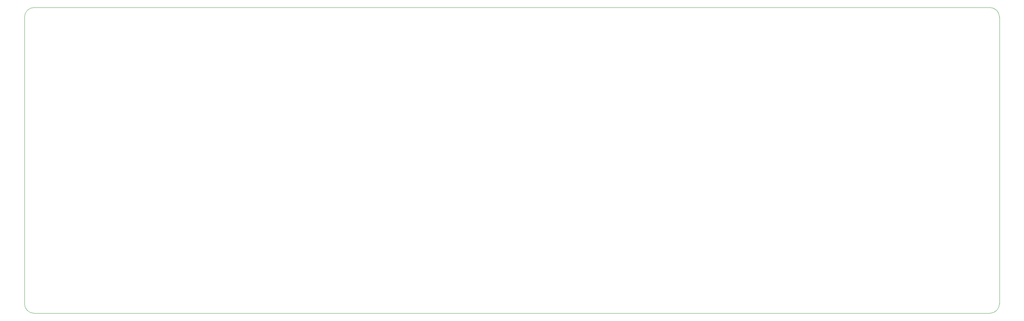
<source format=gbr>
G04 #@! TF.GenerationSoftware,KiCad,Pcbnew,5.1.5+dfsg1-2build2*
G04 #@! TF.CreationDate,2020-12-14T21:51:38+03:00*
G04 #@! TF.ProjectId,Rynok40,52796e6f-6b34-4302-9e6b-696361645f70,rev?*
G04 #@! TF.SameCoordinates,Original*
G04 #@! TF.FileFunction,Profile,NP*
%FSLAX46Y46*%
G04 Gerber Fmt 4.6, Leading zero omitted, Abs format (unit mm)*
G04 Created by KiCad (PCBNEW 5.1.5+dfsg1-2build2) date 2020-12-14 21:51:38*
%MOMM*%
%LPD*%
G04 APERTURE LIST*
%ADD10C,0.050000*%
G04 APERTURE END LIST*
D10*
X326707500Y-246538750D02*
G75*
G02X324326250Y-248920000I-2381250J0D01*
G01*
X324326250Y-172720000D02*
X86201250Y-172720000D01*
X324326250Y-172720000D02*
G75*
G02X326707500Y-175101250I0J-2381250D01*
G01*
X326707500Y-246538750D02*
X326707500Y-175101250D01*
X86201250Y-248920000D02*
X324326250Y-248920000D01*
X86201250Y-248920000D02*
G75*
G02X83820000Y-246538750I0J2381250D01*
G01*
X83820000Y-175101250D02*
X83820000Y-246538750D01*
X83820000Y-175101250D02*
G75*
G02X86201250Y-172720000I2381250J0D01*
G01*
M02*

</source>
